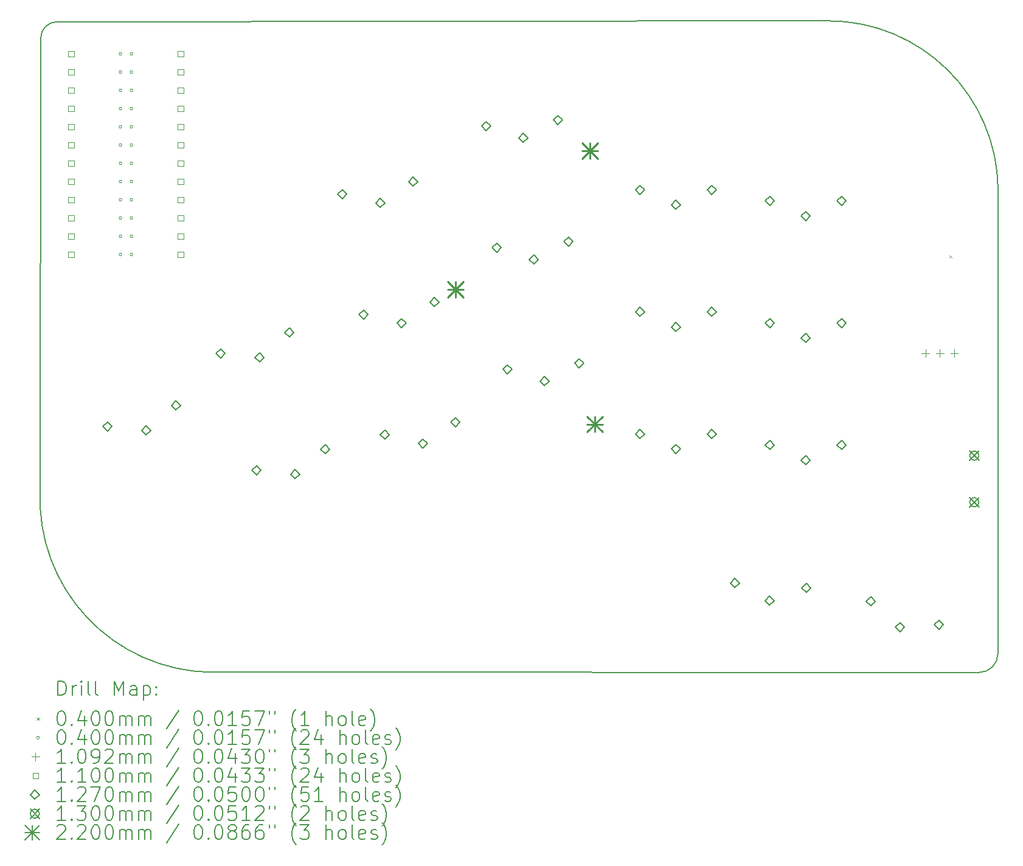
<source format=gbr>
%FSLAX45Y45*%
G04 Gerber Fmt 4.5, Leading zero omitted, Abs format (unit mm)*
G04 Created by KiCad (PCBNEW (6.0.4-0)) date 2022-06-10 10:13:33*
%MOMM*%
%LPD*%
G01*
G04 APERTURE LIST*
%TA.AperFunction,Profile*%
%ADD10C,0.150000*%
%TD*%
%ADD11C,0.200000*%
%ADD12C,0.040000*%
%ADD13C,0.109220*%
%ADD14C,0.110000*%
%ADD15C,0.127000*%
%ADD16C,0.130000*%
%ADD17C,0.220000*%
G04 APERTURE END LIST*
D10*
X13637800Y12447790D02*
X2904845Y12436755D01*
X2667000Y5892800D02*
X2676245Y12208155D01*
X16002000Y10109200D02*
G75*
G03*
X13637800Y12447790I-2364200J-25750D01*
G01*
X2667000Y5892800D02*
G75*
G03*
X5029200Y3379408I2415551J-96503D01*
G01*
X15742673Y3376991D02*
G75*
G03*
X16000102Y3632200I-3153J260619D01*
G01*
X16000102Y3632200D02*
X16002000Y10109200D01*
X15742673Y3376992D02*
X5029200Y3379408D01*
X2904845Y12436755D02*
G75*
G03*
X2676245Y12208155I0J-228600D01*
G01*
D11*
D12*
X15323011Y9184592D02*
X15363011Y9144592D01*
X15363011Y9184592D02*
X15323011Y9144592D01*
X3804600Y11988800D02*
G75*
G03*
X3804600Y11988800I-20000J0D01*
G01*
X3804600Y11734800D02*
G75*
G03*
X3804600Y11734800I-20000J0D01*
G01*
X3804600Y11480800D02*
G75*
G03*
X3804600Y11480800I-20000J0D01*
G01*
X3804600Y11226800D02*
G75*
G03*
X3804600Y11226800I-20000J0D01*
G01*
X3804600Y10972800D02*
G75*
G03*
X3804600Y10972800I-20000J0D01*
G01*
X3804600Y10718800D02*
G75*
G03*
X3804600Y10718800I-20000J0D01*
G01*
X3804600Y10464800D02*
G75*
G03*
X3804600Y10464800I-20000J0D01*
G01*
X3804600Y10210800D02*
G75*
G03*
X3804600Y10210800I-20000J0D01*
G01*
X3804600Y9956800D02*
G75*
G03*
X3804600Y9956800I-20000J0D01*
G01*
X3804600Y9702800D02*
G75*
G03*
X3804600Y9702800I-20000J0D01*
G01*
X3804600Y9448800D02*
G75*
G03*
X3804600Y9448800I-20000J0D01*
G01*
X3804600Y9194800D02*
G75*
G03*
X3804600Y9194800I-20000J0D01*
G01*
X3957000Y11988800D02*
G75*
G03*
X3957000Y11988800I-20000J0D01*
G01*
X3957000Y11734800D02*
G75*
G03*
X3957000Y11734800I-20000J0D01*
G01*
X3957000Y11480800D02*
G75*
G03*
X3957000Y11480800I-20000J0D01*
G01*
X3957000Y11226800D02*
G75*
G03*
X3957000Y11226800I-20000J0D01*
G01*
X3957000Y10972800D02*
G75*
G03*
X3957000Y10972800I-20000J0D01*
G01*
X3957000Y10718800D02*
G75*
G03*
X3957000Y10718800I-20000J0D01*
G01*
X3957000Y10464800D02*
G75*
G03*
X3957000Y10464800I-20000J0D01*
G01*
X3957000Y10210800D02*
G75*
G03*
X3957000Y10210800I-20000J0D01*
G01*
X3957000Y9956800D02*
G75*
G03*
X3957000Y9956800I-20000J0D01*
G01*
X3957000Y9702800D02*
G75*
G03*
X3957000Y9702800I-20000J0D01*
G01*
X3957000Y9448800D02*
G75*
G03*
X3957000Y9448800I-20000J0D01*
G01*
X3957000Y9194800D02*
G75*
G03*
X3957000Y9194800I-20000J0D01*
G01*
D13*
X14992400Y7877810D02*
X14992400Y7768590D01*
X14937790Y7823200D02*
X15047010Y7823200D01*
X15192400Y7877810D02*
X15192400Y7768590D01*
X15137790Y7823200D02*
X15247010Y7823200D01*
X15392400Y7877810D02*
X15392400Y7768590D01*
X15337790Y7823200D02*
X15447010Y7823200D01*
D14*
X3137691Y11949909D02*
X3137691Y12027691D01*
X3059909Y12027691D01*
X3059909Y11949909D01*
X3137691Y11949909D01*
X3137691Y11695909D02*
X3137691Y11773691D01*
X3059909Y11773691D01*
X3059909Y11695909D01*
X3137691Y11695909D01*
X3137691Y11441909D02*
X3137691Y11519691D01*
X3059909Y11519691D01*
X3059909Y11441909D01*
X3137691Y11441909D01*
X3137691Y11187909D02*
X3137691Y11265691D01*
X3059909Y11265691D01*
X3059909Y11187909D01*
X3137691Y11187909D01*
X3137691Y10933909D02*
X3137691Y11011691D01*
X3059909Y11011691D01*
X3059909Y10933909D01*
X3137691Y10933909D01*
X3137691Y10679909D02*
X3137691Y10757691D01*
X3059909Y10757691D01*
X3059909Y10679909D01*
X3137691Y10679909D01*
X3137691Y10425909D02*
X3137691Y10503691D01*
X3059909Y10503691D01*
X3059909Y10425909D01*
X3137691Y10425909D01*
X3137691Y10171909D02*
X3137691Y10249691D01*
X3059909Y10249691D01*
X3059909Y10171909D01*
X3137691Y10171909D01*
X3137691Y9917909D02*
X3137691Y9995691D01*
X3059909Y9995691D01*
X3059909Y9917909D01*
X3137691Y9917909D01*
X3137691Y9663909D02*
X3137691Y9741691D01*
X3059909Y9741691D01*
X3059909Y9663909D01*
X3137691Y9663909D01*
X3137691Y9409909D02*
X3137691Y9487691D01*
X3059909Y9487691D01*
X3059909Y9409909D01*
X3137691Y9409909D01*
X3137691Y9155909D02*
X3137691Y9233691D01*
X3059909Y9233691D01*
X3059909Y9155909D01*
X3137691Y9155909D01*
X4661691Y11949909D02*
X4661691Y12027691D01*
X4583909Y12027691D01*
X4583909Y11949909D01*
X4661691Y11949909D01*
X4661691Y11695909D02*
X4661691Y11773691D01*
X4583909Y11773691D01*
X4583909Y11695909D01*
X4661691Y11695909D01*
X4661691Y11441909D02*
X4661691Y11519691D01*
X4583909Y11519691D01*
X4583909Y11441909D01*
X4661691Y11441909D01*
X4661691Y11187909D02*
X4661691Y11265691D01*
X4583909Y11265691D01*
X4583909Y11187909D01*
X4661691Y11187909D01*
X4661691Y10933909D02*
X4661691Y11011691D01*
X4583909Y11011691D01*
X4583909Y10933909D01*
X4661691Y10933909D01*
X4661691Y10679909D02*
X4661691Y10757691D01*
X4583909Y10757691D01*
X4583909Y10679909D01*
X4661691Y10679909D01*
X4661691Y10425909D02*
X4661691Y10503691D01*
X4583909Y10503691D01*
X4583909Y10425909D01*
X4661691Y10425909D01*
X4661691Y10171909D02*
X4661691Y10249691D01*
X4583909Y10249691D01*
X4583909Y10171909D01*
X4661691Y10171909D01*
X4661691Y9917909D02*
X4661691Y9995691D01*
X4583909Y9995691D01*
X4583909Y9917909D01*
X4661691Y9917909D01*
X4661691Y9663909D02*
X4661691Y9741691D01*
X4583909Y9741691D01*
X4583909Y9663909D01*
X4661691Y9663909D01*
X4661691Y9409909D02*
X4661691Y9487691D01*
X4583909Y9487691D01*
X4583909Y9409909D01*
X4661691Y9409909D01*
X4661691Y9155909D02*
X4661691Y9233691D01*
X4583909Y9233691D01*
X4583909Y9155909D01*
X4661691Y9155909D01*
D15*
X3603113Y6737583D02*
X3666613Y6801083D01*
X3603113Y6864583D01*
X3539613Y6801083D01*
X3603113Y6737583D01*
X4142663Y6682945D02*
X4206164Y6746445D01*
X4142663Y6809945D01*
X4079163Y6746445D01*
X4142663Y6682945D01*
X4559418Y7029955D02*
X4622918Y7093455D01*
X4559418Y7156955D01*
X4495918Y7093455D01*
X4559418Y7029955D01*
X5181588Y7753883D02*
X5245088Y7817383D01*
X5181588Y7880883D01*
X5118088Y7817383D01*
X5181588Y7753883D01*
X5678620Y6128165D02*
X5742120Y6191665D01*
X5678620Y6255165D01*
X5615120Y6191665D01*
X5678620Y6128165D01*
X5721139Y7699245D02*
X5784639Y7762745D01*
X5721139Y7826245D01*
X5657639Y7762745D01*
X5721139Y7699245D01*
X6137893Y8046255D02*
X6201393Y8109755D01*
X6137893Y8173255D01*
X6074393Y8109755D01*
X6137893Y8046255D01*
X6218171Y6073527D02*
X6281671Y6137027D01*
X6218171Y6200527D01*
X6154671Y6137027D01*
X6218171Y6073527D01*
X6634925Y6420537D02*
X6698425Y6484037D01*
X6634925Y6547537D01*
X6571425Y6484037D01*
X6634925Y6420537D01*
X6874334Y9970732D02*
X6937834Y10034232D01*
X6874334Y10097732D01*
X6810834Y10034232D01*
X6874334Y9970732D01*
X7169536Y8296559D02*
X7233036Y8360059D01*
X7169536Y8423559D01*
X7106036Y8360059D01*
X7169536Y8296559D01*
X7403204Y9850746D02*
X7466704Y9914246D01*
X7403204Y9977746D01*
X7339704Y9914246D01*
X7403204Y9850746D01*
X7464738Y6622386D02*
X7528238Y6685886D01*
X7464738Y6749386D01*
X7401238Y6685886D01*
X7464738Y6622386D01*
X7698406Y8176573D02*
X7761906Y8240073D01*
X7698406Y8303573D01*
X7634906Y8240073D01*
X7698406Y8176573D01*
X7859142Y10144380D02*
X7922642Y10207880D01*
X7859142Y10271380D01*
X7795642Y10207880D01*
X7859142Y10144380D01*
X7993608Y6502400D02*
X8057108Y6565900D01*
X7993608Y6629400D01*
X7930108Y6565900D01*
X7993608Y6502400D01*
X8154344Y8470207D02*
X8217844Y8533707D01*
X8154344Y8597207D01*
X8090844Y8533707D01*
X8154344Y8470207D01*
X8449546Y6796034D02*
X8513046Y6859534D01*
X8449546Y6923034D01*
X8386046Y6859534D01*
X8449546Y6796034D01*
X8877370Y10919316D02*
X8940870Y10982816D01*
X8877370Y11046316D01*
X8813870Y10982816D01*
X8877370Y10919316D01*
X9025535Y9225785D02*
X9089035Y9289285D01*
X9025535Y9352785D01*
X8962035Y9289285D01*
X9025535Y9225785D01*
X9173700Y7532254D02*
X9237200Y7595754D01*
X9173700Y7659254D01*
X9110200Y7595754D01*
X9173700Y7532254D01*
X9393771Y10753693D02*
X9457271Y10817193D01*
X9393771Y10880693D01*
X9330271Y10817193D01*
X9393771Y10753693D01*
X9541935Y9060162D02*
X9605435Y9123662D01*
X9541935Y9187162D01*
X9478435Y9123662D01*
X9541935Y9060162D01*
X9690100Y7366631D02*
X9753600Y7430131D01*
X9690100Y7493631D01*
X9626600Y7430131D01*
X9690100Y7366631D01*
X9873565Y11006472D02*
X9937065Y11069972D01*
X9873565Y11133472D01*
X9810065Y11069972D01*
X9873565Y11006472D01*
X10021730Y9312941D02*
X10085230Y9376441D01*
X10021730Y9439941D01*
X9958230Y9376441D01*
X10021730Y9312941D01*
X10169895Y7619410D02*
X10233395Y7682910D01*
X10169895Y7746410D01*
X10106395Y7682910D01*
X10169895Y7619410D01*
X11017709Y10032602D02*
X11081209Y10096102D01*
X11017709Y10159602D01*
X10954209Y10096102D01*
X11017709Y10032602D01*
X11017709Y8332602D02*
X11081209Y8396102D01*
X11017709Y8459602D01*
X10954209Y8396102D01*
X11017709Y8332602D01*
X11017709Y6632602D02*
X11081209Y6696102D01*
X11017709Y6759602D01*
X10954209Y6696102D01*
X11017709Y6632602D01*
X11517709Y9822602D02*
X11581209Y9886102D01*
X11517709Y9949602D01*
X11454209Y9886102D01*
X11517709Y9822602D01*
X11517709Y8122602D02*
X11581209Y8186102D01*
X11517709Y8249602D01*
X11454209Y8186102D01*
X11517709Y8122602D01*
X11517709Y6422602D02*
X11581209Y6486102D01*
X11517709Y6549602D01*
X11454209Y6486102D01*
X11517709Y6422602D01*
X12017709Y10032602D02*
X12081209Y10096102D01*
X12017709Y10159602D01*
X11954209Y10096102D01*
X12017709Y10032602D01*
X12017709Y8332602D02*
X12081209Y8396102D01*
X12017709Y8459602D01*
X11954209Y8396102D01*
X12017709Y8332602D01*
X12017709Y6632602D02*
X12081209Y6696102D01*
X12017709Y6759602D01*
X11954209Y6696102D01*
X12017709Y6632602D01*
X12336819Y4557149D02*
X12400319Y4620649D01*
X12336819Y4684149D01*
X12273319Y4620649D01*
X12336819Y4557149D01*
X12820953Y4312782D02*
X12884453Y4376282D01*
X12820953Y4439782D01*
X12757453Y4376282D01*
X12820953Y4312782D01*
X12824255Y9878800D02*
X12887755Y9942300D01*
X12824255Y10005800D01*
X12760755Y9942300D01*
X12824255Y9878800D01*
X12824255Y8178800D02*
X12887755Y8242300D01*
X12824255Y8305800D01*
X12760755Y8242300D01*
X12824255Y8178800D01*
X12824255Y6478800D02*
X12887755Y6542300D01*
X12824255Y6605800D01*
X12760755Y6542300D01*
X12824255Y6478800D01*
X13324255Y9668800D02*
X13387755Y9732300D01*
X13324255Y9795800D01*
X13260755Y9732300D01*
X13324255Y9668800D01*
X13324255Y7968800D02*
X13387755Y8032300D01*
X13324255Y8095800D01*
X13260755Y8032300D01*
X13324255Y7968800D01*
X13324255Y6268800D02*
X13387755Y6332300D01*
X13324255Y6395800D01*
X13260755Y6332300D01*
X13324255Y6268800D01*
X13334384Y4487393D02*
X13397884Y4550893D01*
X13334384Y4614393D01*
X13270884Y4550893D01*
X13334384Y4487393D01*
X13824255Y9878800D02*
X13887755Y9942300D01*
X13824255Y10005800D01*
X13760755Y9942300D01*
X13824255Y9878800D01*
X13824255Y8178800D02*
X13887755Y8242300D01*
X13824255Y8305800D01*
X13760755Y8242300D01*
X13824255Y8178800D01*
X13824255Y6478800D02*
X13887755Y6542300D01*
X13824255Y6605800D01*
X13760755Y6542300D01*
X13824255Y6478800D01*
X14231848Y4304801D02*
X14295348Y4368301D01*
X14231848Y4431801D01*
X14168348Y4368301D01*
X14231848Y4304801D01*
X14636238Y3943458D02*
X14699738Y4006958D01*
X14636238Y4070458D01*
X14572738Y4006958D01*
X14636238Y3943458D01*
X15177367Y3979233D02*
X15240867Y4042733D01*
X15177367Y4106233D01*
X15113867Y4042733D01*
X15177367Y3979233D01*
D16*
X15606800Y6460600D02*
X15736800Y6330600D01*
X15736800Y6460600D02*
X15606800Y6330600D01*
X15736800Y6395600D02*
G75*
G03*
X15736800Y6395600I-65000J0D01*
G01*
X15606800Y5810600D02*
X15736800Y5680600D01*
X15736800Y5810600D02*
X15606800Y5680600D01*
X15736800Y5745600D02*
G75*
G03*
X15736800Y5745600I-65000J0D01*
G01*
D17*
X8343637Y8814063D02*
X8563637Y8594063D01*
X8563637Y8814063D02*
X8343637Y8594063D01*
X8453637Y8814063D02*
X8453637Y8594063D01*
X8343637Y8704063D02*
X8563637Y8704063D01*
X10215100Y10752020D02*
X10435100Y10532020D01*
X10435100Y10752020D02*
X10215100Y10532020D01*
X10325100Y10752020D02*
X10325100Y10532020D01*
X10215100Y10642020D02*
X10435100Y10642020D01*
X10281594Y6942600D02*
X10501594Y6722600D01*
X10501594Y6942600D02*
X10281594Y6722600D01*
X10391594Y6942600D02*
X10391594Y6722600D01*
X10281594Y6832600D02*
X10501594Y6832600D01*
D11*
X2915192Y3059016D02*
X2915192Y3259016D01*
X2962811Y3259016D01*
X2991383Y3249492D01*
X3010430Y3230444D01*
X3019954Y3211397D01*
X3029478Y3173301D01*
X3029478Y3144730D01*
X3019954Y3106635D01*
X3010430Y3087587D01*
X2991383Y3068539D01*
X2962811Y3059016D01*
X2915192Y3059016D01*
X3115192Y3059016D02*
X3115192Y3192349D01*
X3115192Y3154254D02*
X3124716Y3173301D01*
X3134240Y3182825D01*
X3153287Y3192349D01*
X3172335Y3192349D01*
X3239002Y3059016D02*
X3239002Y3192349D01*
X3239002Y3259016D02*
X3229478Y3249492D01*
X3239002Y3239968D01*
X3248526Y3249492D01*
X3239002Y3259016D01*
X3239002Y3239968D01*
X3362811Y3059016D02*
X3343764Y3068539D01*
X3334240Y3087587D01*
X3334240Y3259016D01*
X3467573Y3059016D02*
X3448526Y3068539D01*
X3439002Y3087587D01*
X3439002Y3259016D01*
X3696145Y3059016D02*
X3696145Y3259016D01*
X3762811Y3116158D01*
X3829478Y3259016D01*
X3829478Y3059016D01*
X4010430Y3059016D02*
X4010430Y3163778D01*
X4000907Y3182825D01*
X3981859Y3192349D01*
X3943764Y3192349D01*
X3924716Y3182825D01*
X4010430Y3068539D02*
X3991383Y3059016D01*
X3943764Y3059016D01*
X3924716Y3068539D01*
X3915192Y3087587D01*
X3915192Y3106635D01*
X3924716Y3125682D01*
X3943764Y3135206D01*
X3991383Y3135206D01*
X4010430Y3144730D01*
X4105668Y3192349D02*
X4105668Y2992349D01*
X4105668Y3182825D02*
X4124716Y3192349D01*
X4162811Y3192349D01*
X4181859Y3182825D01*
X4191383Y3173301D01*
X4200907Y3154254D01*
X4200907Y3097111D01*
X4191383Y3078063D01*
X4181859Y3068539D01*
X4162811Y3059016D01*
X4124716Y3059016D01*
X4105668Y3068539D01*
X4286621Y3078063D02*
X4296145Y3068539D01*
X4286621Y3059016D01*
X4277097Y3068539D01*
X4286621Y3078063D01*
X4286621Y3059016D01*
X4286621Y3182825D02*
X4296145Y3173301D01*
X4286621Y3163778D01*
X4277097Y3173301D01*
X4286621Y3182825D01*
X4286621Y3163778D01*
D12*
X2617573Y2749492D02*
X2657573Y2709492D01*
X2657573Y2749492D02*
X2617573Y2709492D01*
D11*
X2953287Y2839016D02*
X2972335Y2839016D01*
X2991383Y2829492D01*
X3000907Y2819968D01*
X3010430Y2800920D01*
X3019954Y2762825D01*
X3019954Y2715206D01*
X3010430Y2677111D01*
X3000907Y2658063D01*
X2991383Y2648540D01*
X2972335Y2639016D01*
X2953287Y2639016D01*
X2934240Y2648540D01*
X2924716Y2658063D01*
X2915192Y2677111D01*
X2905668Y2715206D01*
X2905668Y2762825D01*
X2915192Y2800920D01*
X2924716Y2819968D01*
X2934240Y2829492D01*
X2953287Y2839016D01*
X3105668Y2658063D02*
X3115192Y2648540D01*
X3105668Y2639016D01*
X3096145Y2648540D01*
X3105668Y2658063D01*
X3105668Y2639016D01*
X3286621Y2772349D02*
X3286621Y2639016D01*
X3239002Y2848539D02*
X3191383Y2705682D01*
X3315192Y2705682D01*
X3429478Y2839016D02*
X3448526Y2839016D01*
X3467573Y2829492D01*
X3477097Y2819968D01*
X3486621Y2800920D01*
X3496145Y2762825D01*
X3496145Y2715206D01*
X3486621Y2677111D01*
X3477097Y2658063D01*
X3467573Y2648540D01*
X3448526Y2639016D01*
X3429478Y2639016D01*
X3410430Y2648540D01*
X3400907Y2658063D01*
X3391383Y2677111D01*
X3381859Y2715206D01*
X3381859Y2762825D01*
X3391383Y2800920D01*
X3400907Y2819968D01*
X3410430Y2829492D01*
X3429478Y2839016D01*
X3619954Y2839016D02*
X3639002Y2839016D01*
X3658049Y2829492D01*
X3667573Y2819968D01*
X3677097Y2800920D01*
X3686621Y2762825D01*
X3686621Y2715206D01*
X3677097Y2677111D01*
X3667573Y2658063D01*
X3658049Y2648540D01*
X3639002Y2639016D01*
X3619954Y2639016D01*
X3600907Y2648540D01*
X3591383Y2658063D01*
X3581859Y2677111D01*
X3572335Y2715206D01*
X3572335Y2762825D01*
X3581859Y2800920D01*
X3591383Y2819968D01*
X3600907Y2829492D01*
X3619954Y2839016D01*
X3772335Y2639016D02*
X3772335Y2772349D01*
X3772335Y2753301D02*
X3781859Y2762825D01*
X3800907Y2772349D01*
X3829478Y2772349D01*
X3848526Y2762825D01*
X3858049Y2743778D01*
X3858049Y2639016D01*
X3858049Y2743778D02*
X3867573Y2762825D01*
X3886621Y2772349D01*
X3915192Y2772349D01*
X3934240Y2762825D01*
X3943764Y2743778D01*
X3943764Y2639016D01*
X4039002Y2639016D02*
X4039002Y2772349D01*
X4039002Y2753301D02*
X4048526Y2762825D01*
X4067573Y2772349D01*
X4096145Y2772349D01*
X4115192Y2762825D01*
X4124716Y2743778D01*
X4124716Y2639016D01*
X4124716Y2743778D02*
X4134240Y2762825D01*
X4153287Y2772349D01*
X4181859Y2772349D01*
X4200907Y2762825D01*
X4210430Y2743778D01*
X4210430Y2639016D01*
X4600907Y2848539D02*
X4429478Y2591397D01*
X4858049Y2839016D02*
X4877097Y2839016D01*
X4896145Y2829492D01*
X4905669Y2819968D01*
X4915192Y2800920D01*
X4924716Y2762825D01*
X4924716Y2715206D01*
X4915192Y2677111D01*
X4905669Y2658063D01*
X4896145Y2648540D01*
X4877097Y2639016D01*
X4858049Y2639016D01*
X4839002Y2648540D01*
X4829478Y2658063D01*
X4819954Y2677111D01*
X4810430Y2715206D01*
X4810430Y2762825D01*
X4819954Y2800920D01*
X4829478Y2819968D01*
X4839002Y2829492D01*
X4858049Y2839016D01*
X5010430Y2658063D02*
X5019954Y2648540D01*
X5010430Y2639016D01*
X5000907Y2648540D01*
X5010430Y2658063D01*
X5010430Y2639016D01*
X5143764Y2839016D02*
X5162811Y2839016D01*
X5181859Y2829492D01*
X5191383Y2819968D01*
X5200907Y2800920D01*
X5210430Y2762825D01*
X5210430Y2715206D01*
X5200907Y2677111D01*
X5191383Y2658063D01*
X5181859Y2648540D01*
X5162811Y2639016D01*
X5143764Y2639016D01*
X5124716Y2648540D01*
X5115192Y2658063D01*
X5105669Y2677111D01*
X5096145Y2715206D01*
X5096145Y2762825D01*
X5105669Y2800920D01*
X5115192Y2819968D01*
X5124716Y2829492D01*
X5143764Y2839016D01*
X5400907Y2639016D02*
X5286621Y2639016D01*
X5343764Y2639016D02*
X5343764Y2839016D01*
X5324716Y2810444D01*
X5305669Y2791397D01*
X5286621Y2781873D01*
X5581859Y2839016D02*
X5486621Y2839016D01*
X5477097Y2743778D01*
X5486621Y2753301D01*
X5505669Y2762825D01*
X5553288Y2762825D01*
X5572335Y2753301D01*
X5581859Y2743778D01*
X5591383Y2724730D01*
X5591383Y2677111D01*
X5581859Y2658063D01*
X5572335Y2648540D01*
X5553288Y2639016D01*
X5505669Y2639016D01*
X5486621Y2648540D01*
X5477097Y2658063D01*
X5658049Y2839016D02*
X5791383Y2839016D01*
X5705668Y2639016D01*
X5858049Y2839016D02*
X5858049Y2800920D01*
X5934240Y2839016D02*
X5934240Y2800920D01*
X6229478Y2562825D02*
X6219954Y2572349D01*
X6200907Y2600920D01*
X6191383Y2619968D01*
X6181859Y2648540D01*
X6172335Y2696159D01*
X6172335Y2734254D01*
X6181859Y2781873D01*
X6191383Y2810444D01*
X6200907Y2829492D01*
X6219954Y2858063D01*
X6229478Y2867587D01*
X6410430Y2639016D02*
X6296145Y2639016D01*
X6353287Y2639016D02*
X6353287Y2839016D01*
X6334240Y2810444D01*
X6315192Y2791397D01*
X6296145Y2781873D01*
X6648526Y2639016D02*
X6648526Y2839016D01*
X6734240Y2639016D02*
X6734240Y2743778D01*
X6724716Y2762825D01*
X6705668Y2772349D01*
X6677097Y2772349D01*
X6658049Y2762825D01*
X6648526Y2753301D01*
X6858049Y2639016D02*
X6839002Y2648540D01*
X6829478Y2658063D01*
X6819954Y2677111D01*
X6819954Y2734254D01*
X6829478Y2753301D01*
X6839002Y2762825D01*
X6858049Y2772349D01*
X6886621Y2772349D01*
X6905668Y2762825D01*
X6915192Y2753301D01*
X6924716Y2734254D01*
X6924716Y2677111D01*
X6915192Y2658063D01*
X6905668Y2648540D01*
X6886621Y2639016D01*
X6858049Y2639016D01*
X7039002Y2639016D02*
X7019954Y2648540D01*
X7010430Y2667587D01*
X7010430Y2839016D01*
X7191383Y2648540D02*
X7172335Y2639016D01*
X7134240Y2639016D01*
X7115192Y2648540D01*
X7105668Y2667587D01*
X7105668Y2743778D01*
X7115192Y2762825D01*
X7134240Y2772349D01*
X7172335Y2772349D01*
X7191383Y2762825D01*
X7200907Y2743778D01*
X7200907Y2724730D01*
X7105668Y2705682D01*
X7267573Y2562825D02*
X7277097Y2572349D01*
X7296145Y2600920D01*
X7305668Y2619968D01*
X7315192Y2648540D01*
X7324716Y2696159D01*
X7324716Y2734254D01*
X7315192Y2781873D01*
X7305668Y2810444D01*
X7296145Y2829492D01*
X7277097Y2858063D01*
X7267573Y2867587D01*
D12*
X2657573Y2465492D02*
G75*
G03*
X2657573Y2465492I-20000J0D01*
G01*
D11*
X2953287Y2575016D02*
X2972335Y2575016D01*
X2991383Y2565492D01*
X3000907Y2555968D01*
X3010430Y2536920D01*
X3019954Y2498825D01*
X3019954Y2451206D01*
X3010430Y2413111D01*
X3000907Y2394063D01*
X2991383Y2384540D01*
X2972335Y2375016D01*
X2953287Y2375016D01*
X2934240Y2384540D01*
X2924716Y2394063D01*
X2915192Y2413111D01*
X2905668Y2451206D01*
X2905668Y2498825D01*
X2915192Y2536920D01*
X2924716Y2555968D01*
X2934240Y2565492D01*
X2953287Y2575016D01*
X3105668Y2394063D02*
X3115192Y2384540D01*
X3105668Y2375016D01*
X3096145Y2384540D01*
X3105668Y2394063D01*
X3105668Y2375016D01*
X3286621Y2508349D02*
X3286621Y2375016D01*
X3239002Y2584540D02*
X3191383Y2441682D01*
X3315192Y2441682D01*
X3429478Y2575016D02*
X3448526Y2575016D01*
X3467573Y2565492D01*
X3477097Y2555968D01*
X3486621Y2536920D01*
X3496145Y2498825D01*
X3496145Y2451206D01*
X3486621Y2413111D01*
X3477097Y2394063D01*
X3467573Y2384540D01*
X3448526Y2375016D01*
X3429478Y2375016D01*
X3410430Y2384540D01*
X3400907Y2394063D01*
X3391383Y2413111D01*
X3381859Y2451206D01*
X3381859Y2498825D01*
X3391383Y2536920D01*
X3400907Y2555968D01*
X3410430Y2565492D01*
X3429478Y2575016D01*
X3619954Y2575016D02*
X3639002Y2575016D01*
X3658049Y2565492D01*
X3667573Y2555968D01*
X3677097Y2536920D01*
X3686621Y2498825D01*
X3686621Y2451206D01*
X3677097Y2413111D01*
X3667573Y2394063D01*
X3658049Y2384540D01*
X3639002Y2375016D01*
X3619954Y2375016D01*
X3600907Y2384540D01*
X3591383Y2394063D01*
X3581859Y2413111D01*
X3572335Y2451206D01*
X3572335Y2498825D01*
X3581859Y2536920D01*
X3591383Y2555968D01*
X3600907Y2565492D01*
X3619954Y2575016D01*
X3772335Y2375016D02*
X3772335Y2508349D01*
X3772335Y2489301D02*
X3781859Y2498825D01*
X3800907Y2508349D01*
X3829478Y2508349D01*
X3848526Y2498825D01*
X3858049Y2479778D01*
X3858049Y2375016D01*
X3858049Y2479778D02*
X3867573Y2498825D01*
X3886621Y2508349D01*
X3915192Y2508349D01*
X3934240Y2498825D01*
X3943764Y2479778D01*
X3943764Y2375016D01*
X4039002Y2375016D02*
X4039002Y2508349D01*
X4039002Y2489301D02*
X4048526Y2498825D01*
X4067573Y2508349D01*
X4096145Y2508349D01*
X4115192Y2498825D01*
X4124716Y2479778D01*
X4124716Y2375016D01*
X4124716Y2479778D02*
X4134240Y2498825D01*
X4153287Y2508349D01*
X4181859Y2508349D01*
X4200907Y2498825D01*
X4210430Y2479778D01*
X4210430Y2375016D01*
X4600907Y2584540D02*
X4429478Y2327397D01*
X4858049Y2575016D02*
X4877097Y2575016D01*
X4896145Y2565492D01*
X4905669Y2555968D01*
X4915192Y2536920D01*
X4924716Y2498825D01*
X4924716Y2451206D01*
X4915192Y2413111D01*
X4905669Y2394063D01*
X4896145Y2384540D01*
X4877097Y2375016D01*
X4858049Y2375016D01*
X4839002Y2384540D01*
X4829478Y2394063D01*
X4819954Y2413111D01*
X4810430Y2451206D01*
X4810430Y2498825D01*
X4819954Y2536920D01*
X4829478Y2555968D01*
X4839002Y2565492D01*
X4858049Y2575016D01*
X5010430Y2394063D02*
X5019954Y2384540D01*
X5010430Y2375016D01*
X5000907Y2384540D01*
X5010430Y2394063D01*
X5010430Y2375016D01*
X5143764Y2575016D02*
X5162811Y2575016D01*
X5181859Y2565492D01*
X5191383Y2555968D01*
X5200907Y2536920D01*
X5210430Y2498825D01*
X5210430Y2451206D01*
X5200907Y2413111D01*
X5191383Y2394063D01*
X5181859Y2384540D01*
X5162811Y2375016D01*
X5143764Y2375016D01*
X5124716Y2384540D01*
X5115192Y2394063D01*
X5105669Y2413111D01*
X5096145Y2451206D01*
X5096145Y2498825D01*
X5105669Y2536920D01*
X5115192Y2555968D01*
X5124716Y2565492D01*
X5143764Y2575016D01*
X5400907Y2375016D02*
X5286621Y2375016D01*
X5343764Y2375016D02*
X5343764Y2575016D01*
X5324716Y2546444D01*
X5305669Y2527397D01*
X5286621Y2517873D01*
X5581859Y2575016D02*
X5486621Y2575016D01*
X5477097Y2479778D01*
X5486621Y2489301D01*
X5505669Y2498825D01*
X5553288Y2498825D01*
X5572335Y2489301D01*
X5581859Y2479778D01*
X5591383Y2460730D01*
X5591383Y2413111D01*
X5581859Y2394063D01*
X5572335Y2384540D01*
X5553288Y2375016D01*
X5505669Y2375016D01*
X5486621Y2384540D01*
X5477097Y2394063D01*
X5658049Y2575016D02*
X5791383Y2575016D01*
X5705668Y2375016D01*
X5858049Y2575016D02*
X5858049Y2536920D01*
X5934240Y2575016D02*
X5934240Y2536920D01*
X6229478Y2298825D02*
X6219954Y2308349D01*
X6200907Y2336920D01*
X6191383Y2355968D01*
X6181859Y2384540D01*
X6172335Y2432159D01*
X6172335Y2470254D01*
X6181859Y2517873D01*
X6191383Y2546444D01*
X6200907Y2565492D01*
X6219954Y2594063D01*
X6229478Y2603587D01*
X6296145Y2555968D02*
X6305668Y2565492D01*
X6324716Y2575016D01*
X6372335Y2575016D01*
X6391383Y2565492D01*
X6400907Y2555968D01*
X6410430Y2536920D01*
X6410430Y2517873D01*
X6400907Y2489301D01*
X6286621Y2375016D01*
X6410430Y2375016D01*
X6581859Y2508349D02*
X6581859Y2375016D01*
X6534240Y2584540D02*
X6486621Y2441682D01*
X6610430Y2441682D01*
X6839002Y2375016D02*
X6839002Y2575016D01*
X6924716Y2375016D02*
X6924716Y2479778D01*
X6915192Y2498825D01*
X6896145Y2508349D01*
X6867573Y2508349D01*
X6848526Y2498825D01*
X6839002Y2489301D01*
X7048526Y2375016D02*
X7029478Y2384540D01*
X7019954Y2394063D01*
X7010430Y2413111D01*
X7010430Y2470254D01*
X7019954Y2489301D01*
X7029478Y2498825D01*
X7048526Y2508349D01*
X7077097Y2508349D01*
X7096145Y2498825D01*
X7105668Y2489301D01*
X7115192Y2470254D01*
X7115192Y2413111D01*
X7105668Y2394063D01*
X7096145Y2384540D01*
X7077097Y2375016D01*
X7048526Y2375016D01*
X7229478Y2375016D02*
X7210430Y2384540D01*
X7200907Y2403587D01*
X7200907Y2575016D01*
X7381859Y2384540D02*
X7362811Y2375016D01*
X7324716Y2375016D01*
X7305668Y2384540D01*
X7296145Y2403587D01*
X7296145Y2479778D01*
X7305668Y2498825D01*
X7324716Y2508349D01*
X7362811Y2508349D01*
X7381859Y2498825D01*
X7391383Y2479778D01*
X7391383Y2460730D01*
X7296145Y2441682D01*
X7467573Y2384540D02*
X7486621Y2375016D01*
X7524716Y2375016D01*
X7543764Y2384540D01*
X7553287Y2403587D01*
X7553287Y2413111D01*
X7543764Y2432159D01*
X7524716Y2441682D01*
X7496145Y2441682D01*
X7477097Y2451206D01*
X7467573Y2470254D01*
X7467573Y2479778D01*
X7477097Y2498825D01*
X7496145Y2508349D01*
X7524716Y2508349D01*
X7543764Y2498825D01*
X7619954Y2298825D02*
X7629478Y2308349D01*
X7648526Y2336920D01*
X7658049Y2355968D01*
X7667573Y2384540D01*
X7677097Y2432159D01*
X7677097Y2470254D01*
X7667573Y2517873D01*
X7658049Y2546444D01*
X7648526Y2565492D01*
X7629478Y2594063D01*
X7619954Y2603587D01*
D13*
X2602963Y2256102D02*
X2602963Y2146882D01*
X2548353Y2201492D02*
X2657573Y2201492D01*
D11*
X3019954Y2111016D02*
X2905668Y2111016D01*
X2962811Y2111016D02*
X2962811Y2311016D01*
X2943764Y2282444D01*
X2924716Y2263397D01*
X2905668Y2253873D01*
X3105668Y2130063D02*
X3115192Y2120540D01*
X3105668Y2111016D01*
X3096145Y2120540D01*
X3105668Y2130063D01*
X3105668Y2111016D01*
X3239002Y2311016D02*
X3258049Y2311016D01*
X3277097Y2301492D01*
X3286621Y2291968D01*
X3296145Y2272920D01*
X3305668Y2234825D01*
X3305668Y2187206D01*
X3296145Y2149111D01*
X3286621Y2130063D01*
X3277097Y2120540D01*
X3258049Y2111016D01*
X3239002Y2111016D01*
X3219954Y2120540D01*
X3210430Y2130063D01*
X3200907Y2149111D01*
X3191383Y2187206D01*
X3191383Y2234825D01*
X3200907Y2272920D01*
X3210430Y2291968D01*
X3219954Y2301492D01*
X3239002Y2311016D01*
X3400907Y2111016D02*
X3439002Y2111016D01*
X3458049Y2120540D01*
X3467573Y2130063D01*
X3486621Y2158635D01*
X3496145Y2196730D01*
X3496145Y2272920D01*
X3486621Y2291968D01*
X3477097Y2301492D01*
X3458049Y2311016D01*
X3419954Y2311016D01*
X3400907Y2301492D01*
X3391383Y2291968D01*
X3381859Y2272920D01*
X3381859Y2225301D01*
X3391383Y2206254D01*
X3400907Y2196730D01*
X3419954Y2187206D01*
X3458049Y2187206D01*
X3477097Y2196730D01*
X3486621Y2206254D01*
X3496145Y2225301D01*
X3572335Y2291968D02*
X3581859Y2301492D01*
X3600907Y2311016D01*
X3648526Y2311016D01*
X3667573Y2301492D01*
X3677097Y2291968D01*
X3686621Y2272920D01*
X3686621Y2253873D01*
X3677097Y2225301D01*
X3562811Y2111016D01*
X3686621Y2111016D01*
X3772335Y2111016D02*
X3772335Y2244349D01*
X3772335Y2225301D02*
X3781859Y2234825D01*
X3800907Y2244349D01*
X3829478Y2244349D01*
X3848526Y2234825D01*
X3858049Y2215778D01*
X3858049Y2111016D01*
X3858049Y2215778D02*
X3867573Y2234825D01*
X3886621Y2244349D01*
X3915192Y2244349D01*
X3934240Y2234825D01*
X3943764Y2215778D01*
X3943764Y2111016D01*
X4039002Y2111016D02*
X4039002Y2244349D01*
X4039002Y2225301D02*
X4048526Y2234825D01*
X4067573Y2244349D01*
X4096145Y2244349D01*
X4115192Y2234825D01*
X4124716Y2215778D01*
X4124716Y2111016D01*
X4124716Y2215778D02*
X4134240Y2234825D01*
X4153287Y2244349D01*
X4181859Y2244349D01*
X4200907Y2234825D01*
X4210430Y2215778D01*
X4210430Y2111016D01*
X4600907Y2320540D02*
X4429478Y2063397D01*
X4858049Y2311016D02*
X4877097Y2311016D01*
X4896145Y2301492D01*
X4905669Y2291968D01*
X4915192Y2272920D01*
X4924716Y2234825D01*
X4924716Y2187206D01*
X4915192Y2149111D01*
X4905669Y2130063D01*
X4896145Y2120540D01*
X4877097Y2111016D01*
X4858049Y2111016D01*
X4839002Y2120540D01*
X4829478Y2130063D01*
X4819954Y2149111D01*
X4810430Y2187206D01*
X4810430Y2234825D01*
X4819954Y2272920D01*
X4829478Y2291968D01*
X4839002Y2301492D01*
X4858049Y2311016D01*
X5010430Y2130063D02*
X5019954Y2120540D01*
X5010430Y2111016D01*
X5000907Y2120540D01*
X5010430Y2130063D01*
X5010430Y2111016D01*
X5143764Y2311016D02*
X5162811Y2311016D01*
X5181859Y2301492D01*
X5191383Y2291968D01*
X5200907Y2272920D01*
X5210430Y2234825D01*
X5210430Y2187206D01*
X5200907Y2149111D01*
X5191383Y2130063D01*
X5181859Y2120540D01*
X5162811Y2111016D01*
X5143764Y2111016D01*
X5124716Y2120540D01*
X5115192Y2130063D01*
X5105669Y2149111D01*
X5096145Y2187206D01*
X5096145Y2234825D01*
X5105669Y2272920D01*
X5115192Y2291968D01*
X5124716Y2301492D01*
X5143764Y2311016D01*
X5381859Y2244349D02*
X5381859Y2111016D01*
X5334240Y2320540D02*
X5286621Y2177682D01*
X5410430Y2177682D01*
X5467573Y2311016D02*
X5591383Y2311016D01*
X5524716Y2234825D01*
X5553288Y2234825D01*
X5572335Y2225301D01*
X5581859Y2215778D01*
X5591383Y2196730D01*
X5591383Y2149111D01*
X5581859Y2130063D01*
X5572335Y2120540D01*
X5553288Y2111016D01*
X5496145Y2111016D01*
X5477097Y2120540D01*
X5467573Y2130063D01*
X5715192Y2311016D02*
X5734240Y2311016D01*
X5753287Y2301492D01*
X5762811Y2291968D01*
X5772335Y2272920D01*
X5781859Y2234825D01*
X5781859Y2187206D01*
X5772335Y2149111D01*
X5762811Y2130063D01*
X5753287Y2120540D01*
X5734240Y2111016D01*
X5715192Y2111016D01*
X5696145Y2120540D01*
X5686621Y2130063D01*
X5677097Y2149111D01*
X5667573Y2187206D01*
X5667573Y2234825D01*
X5677097Y2272920D01*
X5686621Y2291968D01*
X5696145Y2301492D01*
X5715192Y2311016D01*
X5858049Y2311016D02*
X5858049Y2272920D01*
X5934240Y2311016D02*
X5934240Y2272920D01*
X6229478Y2034825D02*
X6219954Y2044349D01*
X6200907Y2072920D01*
X6191383Y2091968D01*
X6181859Y2120540D01*
X6172335Y2168159D01*
X6172335Y2206254D01*
X6181859Y2253873D01*
X6191383Y2282444D01*
X6200907Y2301492D01*
X6219954Y2330063D01*
X6229478Y2339587D01*
X6286621Y2311016D02*
X6410430Y2311016D01*
X6343764Y2234825D01*
X6372335Y2234825D01*
X6391383Y2225301D01*
X6400907Y2215778D01*
X6410430Y2196730D01*
X6410430Y2149111D01*
X6400907Y2130063D01*
X6391383Y2120540D01*
X6372335Y2111016D01*
X6315192Y2111016D01*
X6296145Y2120540D01*
X6286621Y2130063D01*
X6648526Y2111016D02*
X6648526Y2311016D01*
X6734240Y2111016D02*
X6734240Y2215778D01*
X6724716Y2234825D01*
X6705668Y2244349D01*
X6677097Y2244349D01*
X6658049Y2234825D01*
X6648526Y2225301D01*
X6858049Y2111016D02*
X6839002Y2120540D01*
X6829478Y2130063D01*
X6819954Y2149111D01*
X6819954Y2206254D01*
X6829478Y2225301D01*
X6839002Y2234825D01*
X6858049Y2244349D01*
X6886621Y2244349D01*
X6905668Y2234825D01*
X6915192Y2225301D01*
X6924716Y2206254D01*
X6924716Y2149111D01*
X6915192Y2130063D01*
X6905668Y2120540D01*
X6886621Y2111016D01*
X6858049Y2111016D01*
X7039002Y2111016D02*
X7019954Y2120540D01*
X7010430Y2139587D01*
X7010430Y2311016D01*
X7191383Y2120540D02*
X7172335Y2111016D01*
X7134240Y2111016D01*
X7115192Y2120540D01*
X7105668Y2139587D01*
X7105668Y2215778D01*
X7115192Y2234825D01*
X7134240Y2244349D01*
X7172335Y2244349D01*
X7191383Y2234825D01*
X7200907Y2215778D01*
X7200907Y2196730D01*
X7105668Y2177682D01*
X7277097Y2120540D02*
X7296145Y2111016D01*
X7334240Y2111016D01*
X7353287Y2120540D01*
X7362811Y2139587D01*
X7362811Y2149111D01*
X7353287Y2168159D01*
X7334240Y2177682D01*
X7305668Y2177682D01*
X7286621Y2187206D01*
X7277097Y2206254D01*
X7277097Y2215778D01*
X7286621Y2234825D01*
X7305668Y2244349D01*
X7334240Y2244349D01*
X7353287Y2234825D01*
X7429478Y2034825D02*
X7439002Y2044349D01*
X7458049Y2072920D01*
X7467573Y2091968D01*
X7477097Y2120540D01*
X7486621Y2168159D01*
X7486621Y2206254D01*
X7477097Y2253873D01*
X7467573Y2282444D01*
X7458049Y2301492D01*
X7439002Y2330063D01*
X7429478Y2339587D01*
D14*
X2641465Y1898601D02*
X2641465Y1976383D01*
X2563682Y1976383D01*
X2563682Y1898601D01*
X2641465Y1898601D01*
D11*
X3019954Y1847016D02*
X2905668Y1847016D01*
X2962811Y1847016D02*
X2962811Y2047016D01*
X2943764Y2018444D01*
X2924716Y1999397D01*
X2905668Y1989873D01*
X3105668Y1866063D02*
X3115192Y1856539D01*
X3105668Y1847016D01*
X3096145Y1856539D01*
X3105668Y1866063D01*
X3105668Y1847016D01*
X3305668Y1847016D02*
X3191383Y1847016D01*
X3248526Y1847016D02*
X3248526Y2047016D01*
X3229478Y2018444D01*
X3210430Y1999397D01*
X3191383Y1989873D01*
X3429478Y2047016D02*
X3448526Y2047016D01*
X3467573Y2037492D01*
X3477097Y2027968D01*
X3486621Y2008920D01*
X3496145Y1970825D01*
X3496145Y1923206D01*
X3486621Y1885111D01*
X3477097Y1866063D01*
X3467573Y1856539D01*
X3448526Y1847016D01*
X3429478Y1847016D01*
X3410430Y1856539D01*
X3400907Y1866063D01*
X3391383Y1885111D01*
X3381859Y1923206D01*
X3381859Y1970825D01*
X3391383Y2008920D01*
X3400907Y2027968D01*
X3410430Y2037492D01*
X3429478Y2047016D01*
X3619954Y2047016D02*
X3639002Y2047016D01*
X3658049Y2037492D01*
X3667573Y2027968D01*
X3677097Y2008920D01*
X3686621Y1970825D01*
X3686621Y1923206D01*
X3677097Y1885111D01*
X3667573Y1866063D01*
X3658049Y1856539D01*
X3639002Y1847016D01*
X3619954Y1847016D01*
X3600907Y1856539D01*
X3591383Y1866063D01*
X3581859Y1885111D01*
X3572335Y1923206D01*
X3572335Y1970825D01*
X3581859Y2008920D01*
X3591383Y2027968D01*
X3600907Y2037492D01*
X3619954Y2047016D01*
X3772335Y1847016D02*
X3772335Y1980349D01*
X3772335Y1961301D02*
X3781859Y1970825D01*
X3800907Y1980349D01*
X3829478Y1980349D01*
X3848526Y1970825D01*
X3858049Y1951778D01*
X3858049Y1847016D01*
X3858049Y1951778D02*
X3867573Y1970825D01*
X3886621Y1980349D01*
X3915192Y1980349D01*
X3934240Y1970825D01*
X3943764Y1951778D01*
X3943764Y1847016D01*
X4039002Y1847016D02*
X4039002Y1980349D01*
X4039002Y1961301D02*
X4048526Y1970825D01*
X4067573Y1980349D01*
X4096145Y1980349D01*
X4115192Y1970825D01*
X4124716Y1951778D01*
X4124716Y1847016D01*
X4124716Y1951778D02*
X4134240Y1970825D01*
X4153287Y1980349D01*
X4181859Y1980349D01*
X4200907Y1970825D01*
X4210430Y1951778D01*
X4210430Y1847016D01*
X4600907Y2056539D02*
X4429478Y1799397D01*
X4858049Y2047016D02*
X4877097Y2047016D01*
X4896145Y2037492D01*
X4905669Y2027968D01*
X4915192Y2008920D01*
X4924716Y1970825D01*
X4924716Y1923206D01*
X4915192Y1885111D01*
X4905669Y1866063D01*
X4896145Y1856539D01*
X4877097Y1847016D01*
X4858049Y1847016D01*
X4839002Y1856539D01*
X4829478Y1866063D01*
X4819954Y1885111D01*
X4810430Y1923206D01*
X4810430Y1970825D01*
X4819954Y2008920D01*
X4829478Y2027968D01*
X4839002Y2037492D01*
X4858049Y2047016D01*
X5010430Y1866063D02*
X5019954Y1856539D01*
X5010430Y1847016D01*
X5000907Y1856539D01*
X5010430Y1866063D01*
X5010430Y1847016D01*
X5143764Y2047016D02*
X5162811Y2047016D01*
X5181859Y2037492D01*
X5191383Y2027968D01*
X5200907Y2008920D01*
X5210430Y1970825D01*
X5210430Y1923206D01*
X5200907Y1885111D01*
X5191383Y1866063D01*
X5181859Y1856539D01*
X5162811Y1847016D01*
X5143764Y1847016D01*
X5124716Y1856539D01*
X5115192Y1866063D01*
X5105669Y1885111D01*
X5096145Y1923206D01*
X5096145Y1970825D01*
X5105669Y2008920D01*
X5115192Y2027968D01*
X5124716Y2037492D01*
X5143764Y2047016D01*
X5381859Y1980349D02*
X5381859Y1847016D01*
X5334240Y2056539D02*
X5286621Y1913682D01*
X5410430Y1913682D01*
X5467573Y2047016D02*
X5591383Y2047016D01*
X5524716Y1970825D01*
X5553288Y1970825D01*
X5572335Y1961301D01*
X5581859Y1951778D01*
X5591383Y1932730D01*
X5591383Y1885111D01*
X5581859Y1866063D01*
X5572335Y1856539D01*
X5553288Y1847016D01*
X5496145Y1847016D01*
X5477097Y1856539D01*
X5467573Y1866063D01*
X5658049Y2047016D02*
X5781859Y2047016D01*
X5715192Y1970825D01*
X5743764Y1970825D01*
X5762811Y1961301D01*
X5772335Y1951778D01*
X5781859Y1932730D01*
X5781859Y1885111D01*
X5772335Y1866063D01*
X5762811Y1856539D01*
X5743764Y1847016D01*
X5686621Y1847016D01*
X5667573Y1856539D01*
X5658049Y1866063D01*
X5858049Y2047016D02*
X5858049Y2008920D01*
X5934240Y2047016D02*
X5934240Y2008920D01*
X6229478Y1770825D02*
X6219954Y1780349D01*
X6200907Y1808920D01*
X6191383Y1827968D01*
X6181859Y1856539D01*
X6172335Y1904158D01*
X6172335Y1942254D01*
X6181859Y1989873D01*
X6191383Y2018444D01*
X6200907Y2037492D01*
X6219954Y2066063D01*
X6229478Y2075587D01*
X6296145Y2027968D02*
X6305668Y2037492D01*
X6324716Y2047016D01*
X6372335Y2047016D01*
X6391383Y2037492D01*
X6400907Y2027968D01*
X6410430Y2008920D01*
X6410430Y1989873D01*
X6400907Y1961301D01*
X6286621Y1847016D01*
X6410430Y1847016D01*
X6581859Y1980349D02*
X6581859Y1847016D01*
X6534240Y2056539D02*
X6486621Y1913682D01*
X6610430Y1913682D01*
X6839002Y1847016D02*
X6839002Y2047016D01*
X6924716Y1847016D02*
X6924716Y1951778D01*
X6915192Y1970825D01*
X6896145Y1980349D01*
X6867573Y1980349D01*
X6848526Y1970825D01*
X6839002Y1961301D01*
X7048526Y1847016D02*
X7029478Y1856539D01*
X7019954Y1866063D01*
X7010430Y1885111D01*
X7010430Y1942254D01*
X7019954Y1961301D01*
X7029478Y1970825D01*
X7048526Y1980349D01*
X7077097Y1980349D01*
X7096145Y1970825D01*
X7105668Y1961301D01*
X7115192Y1942254D01*
X7115192Y1885111D01*
X7105668Y1866063D01*
X7096145Y1856539D01*
X7077097Y1847016D01*
X7048526Y1847016D01*
X7229478Y1847016D02*
X7210430Y1856539D01*
X7200907Y1875587D01*
X7200907Y2047016D01*
X7381859Y1856539D02*
X7362811Y1847016D01*
X7324716Y1847016D01*
X7305668Y1856539D01*
X7296145Y1875587D01*
X7296145Y1951778D01*
X7305668Y1970825D01*
X7324716Y1980349D01*
X7362811Y1980349D01*
X7381859Y1970825D01*
X7391383Y1951778D01*
X7391383Y1932730D01*
X7296145Y1913682D01*
X7467573Y1856539D02*
X7486621Y1847016D01*
X7524716Y1847016D01*
X7543764Y1856539D01*
X7553287Y1875587D01*
X7553287Y1885111D01*
X7543764Y1904158D01*
X7524716Y1913682D01*
X7496145Y1913682D01*
X7477097Y1923206D01*
X7467573Y1942254D01*
X7467573Y1951778D01*
X7477097Y1970825D01*
X7496145Y1980349D01*
X7524716Y1980349D01*
X7543764Y1970825D01*
X7619954Y1770825D02*
X7629478Y1780349D01*
X7648526Y1808920D01*
X7658049Y1827968D01*
X7667573Y1856539D01*
X7677097Y1904158D01*
X7677097Y1942254D01*
X7667573Y1989873D01*
X7658049Y2018444D01*
X7648526Y2037492D01*
X7629478Y2066063D01*
X7619954Y2075587D01*
D15*
X2594073Y1609992D02*
X2657573Y1673492D01*
X2594073Y1736992D01*
X2530573Y1673492D01*
X2594073Y1609992D01*
D11*
X3019954Y1583016D02*
X2905668Y1583016D01*
X2962811Y1583016D02*
X2962811Y1783016D01*
X2943764Y1754444D01*
X2924716Y1735397D01*
X2905668Y1725873D01*
X3105668Y1602063D02*
X3115192Y1592539D01*
X3105668Y1583016D01*
X3096145Y1592539D01*
X3105668Y1602063D01*
X3105668Y1583016D01*
X3191383Y1763968D02*
X3200907Y1773492D01*
X3219954Y1783016D01*
X3267573Y1783016D01*
X3286621Y1773492D01*
X3296145Y1763968D01*
X3305668Y1744920D01*
X3305668Y1725873D01*
X3296145Y1697301D01*
X3181859Y1583016D01*
X3305668Y1583016D01*
X3372335Y1783016D02*
X3505668Y1783016D01*
X3419954Y1583016D01*
X3619954Y1783016D02*
X3639002Y1783016D01*
X3658049Y1773492D01*
X3667573Y1763968D01*
X3677097Y1744920D01*
X3686621Y1706825D01*
X3686621Y1659206D01*
X3677097Y1621111D01*
X3667573Y1602063D01*
X3658049Y1592539D01*
X3639002Y1583016D01*
X3619954Y1583016D01*
X3600907Y1592539D01*
X3591383Y1602063D01*
X3581859Y1621111D01*
X3572335Y1659206D01*
X3572335Y1706825D01*
X3581859Y1744920D01*
X3591383Y1763968D01*
X3600907Y1773492D01*
X3619954Y1783016D01*
X3772335Y1583016D02*
X3772335Y1716349D01*
X3772335Y1697301D02*
X3781859Y1706825D01*
X3800907Y1716349D01*
X3829478Y1716349D01*
X3848526Y1706825D01*
X3858049Y1687778D01*
X3858049Y1583016D01*
X3858049Y1687778D02*
X3867573Y1706825D01*
X3886621Y1716349D01*
X3915192Y1716349D01*
X3934240Y1706825D01*
X3943764Y1687778D01*
X3943764Y1583016D01*
X4039002Y1583016D02*
X4039002Y1716349D01*
X4039002Y1697301D02*
X4048526Y1706825D01*
X4067573Y1716349D01*
X4096145Y1716349D01*
X4115192Y1706825D01*
X4124716Y1687778D01*
X4124716Y1583016D01*
X4124716Y1687778D02*
X4134240Y1706825D01*
X4153287Y1716349D01*
X4181859Y1716349D01*
X4200907Y1706825D01*
X4210430Y1687778D01*
X4210430Y1583016D01*
X4600907Y1792539D02*
X4429478Y1535397D01*
X4858049Y1783016D02*
X4877097Y1783016D01*
X4896145Y1773492D01*
X4905669Y1763968D01*
X4915192Y1744920D01*
X4924716Y1706825D01*
X4924716Y1659206D01*
X4915192Y1621111D01*
X4905669Y1602063D01*
X4896145Y1592539D01*
X4877097Y1583016D01*
X4858049Y1583016D01*
X4839002Y1592539D01*
X4829478Y1602063D01*
X4819954Y1621111D01*
X4810430Y1659206D01*
X4810430Y1706825D01*
X4819954Y1744920D01*
X4829478Y1763968D01*
X4839002Y1773492D01*
X4858049Y1783016D01*
X5010430Y1602063D02*
X5019954Y1592539D01*
X5010430Y1583016D01*
X5000907Y1592539D01*
X5010430Y1602063D01*
X5010430Y1583016D01*
X5143764Y1783016D02*
X5162811Y1783016D01*
X5181859Y1773492D01*
X5191383Y1763968D01*
X5200907Y1744920D01*
X5210430Y1706825D01*
X5210430Y1659206D01*
X5200907Y1621111D01*
X5191383Y1602063D01*
X5181859Y1592539D01*
X5162811Y1583016D01*
X5143764Y1583016D01*
X5124716Y1592539D01*
X5115192Y1602063D01*
X5105669Y1621111D01*
X5096145Y1659206D01*
X5096145Y1706825D01*
X5105669Y1744920D01*
X5115192Y1763968D01*
X5124716Y1773492D01*
X5143764Y1783016D01*
X5391383Y1783016D02*
X5296145Y1783016D01*
X5286621Y1687778D01*
X5296145Y1697301D01*
X5315192Y1706825D01*
X5362811Y1706825D01*
X5381859Y1697301D01*
X5391383Y1687778D01*
X5400907Y1668730D01*
X5400907Y1621111D01*
X5391383Y1602063D01*
X5381859Y1592539D01*
X5362811Y1583016D01*
X5315192Y1583016D01*
X5296145Y1592539D01*
X5286621Y1602063D01*
X5524716Y1783016D02*
X5543764Y1783016D01*
X5562811Y1773492D01*
X5572335Y1763968D01*
X5581859Y1744920D01*
X5591383Y1706825D01*
X5591383Y1659206D01*
X5581859Y1621111D01*
X5572335Y1602063D01*
X5562811Y1592539D01*
X5543764Y1583016D01*
X5524716Y1583016D01*
X5505669Y1592539D01*
X5496145Y1602063D01*
X5486621Y1621111D01*
X5477097Y1659206D01*
X5477097Y1706825D01*
X5486621Y1744920D01*
X5496145Y1763968D01*
X5505669Y1773492D01*
X5524716Y1783016D01*
X5715192Y1783016D02*
X5734240Y1783016D01*
X5753287Y1773492D01*
X5762811Y1763968D01*
X5772335Y1744920D01*
X5781859Y1706825D01*
X5781859Y1659206D01*
X5772335Y1621111D01*
X5762811Y1602063D01*
X5753287Y1592539D01*
X5734240Y1583016D01*
X5715192Y1583016D01*
X5696145Y1592539D01*
X5686621Y1602063D01*
X5677097Y1621111D01*
X5667573Y1659206D01*
X5667573Y1706825D01*
X5677097Y1744920D01*
X5686621Y1763968D01*
X5696145Y1773492D01*
X5715192Y1783016D01*
X5858049Y1783016D02*
X5858049Y1744920D01*
X5934240Y1783016D02*
X5934240Y1744920D01*
X6229478Y1506825D02*
X6219954Y1516349D01*
X6200907Y1544920D01*
X6191383Y1563968D01*
X6181859Y1592539D01*
X6172335Y1640158D01*
X6172335Y1678254D01*
X6181859Y1725873D01*
X6191383Y1754444D01*
X6200907Y1773492D01*
X6219954Y1802063D01*
X6229478Y1811587D01*
X6400907Y1783016D02*
X6305668Y1783016D01*
X6296145Y1687778D01*
X6305668Y1697301D01*
X6324716Y1706825D01*
X6372335Y1706825D01*
X6391383Y1697301D01*
X6400907Y1687778D01*
X6410430Y1668730D01*
X6410430Y1621111D01*
X6400907Y1602063D01*
X6391383Y1592539D01*
X6372335Y1583016D01*
X6324716Y1583016D01*
X6305668Y1592539D01*
X6296145Y1602063D01*
X6600907Y1583016D02*
X6486621Y1583016D01*
X6543764Y1583016D02*
X6543764Y1783016D01*
X6524716Y1754444D01*
X6505668Y1735397D01*
X6486621Y1725873D01*
X6839002Y1583016D02*
X6839002Y1783016D01*
X6924716Y1583016D02*
X6924716Y1687778D01*
X6915192Y1706825D01*
X6896145Y1716349D01*
X6867573Y1716349D01*
X6848526Y1706825D01*
X6839002Y1697301D01*
X7048526Y1583016D02*
X7029478Y1592539D01*
X7019954Y1602063D01*
X7010430Y1621111D01*
X7010430Y1678254D01*
X7019954Y1697301D01*
X7029478Y1706825D01*
X7048526Y1716349D01*
X7077097Y1716349D01*
X7096145Y1706825D01*
X7105668Y1697301D01*
X7115192Y1678254D01*
X7115192Y1621111D01*
X7105668Y1602063D01*
X7096145Y1592539D01*
X7077097Y1583016D01*
X7048526Y1583016D01*
X7229478Y1583016D02*
X7210430Y1592539D01*
X7200907Y1611587D01*
X7200907Y1783016D01*
X7381859Y1592539D02*
X7362811Y1583016D01*
X7324716Y1583016D01*
X7305668Y1592539D01*
X7296145Y1611587D01*
X7296145Y1687778D01*
X7305668Y1706825D01*
X7324716Y1716349D01*
X7362811Y1716349D01*
X7381859Y1706825D01*
X7391383Y1687778D01*
X7391383Y1668730D01*
X7296145Y1649682D01*
X7467573Y1592539D02*
X7486621Y1583016D01*
X7524716Y1583016D01*
X7543764Y1592539D01*
X7553287Y1611587D01*
X7553287Y1621111D01*
X7543764Y1640158D01*
X7524716Y1649682D01*
X7496145Y1649682D01*
X7477097Y1659206D01*
X7467573Y1678254D01*
X7467573Y1687778D01*
X7477097Y1706825D01*
X7496145Y1716349D01*
X7524716Y1716349D01*
X7543764Y1706825D01*
X7619954Y1506825D02*
X7629478Y1516349D01*
X7648526Y1544920D01*
X7658049Y1563968D01*
X7667573Y1592539D01*
X7677097Y1640158D01*
X7677097Y1678254D01*
X7667573Y1725873D01*
X7658049Y1754444D01*
X7648526Y1773492D01*
X7629478Y1802063D01*
X7619954Y1811587D01*
D16*
X2527573Y1474492D02*
X2657573Y1344492D01*
X2657573Y1474492D02*
X2527573Y1344492D01*
X2657573Y1409492D02*
G75*
G03*
X2657573Y1409492I-65000J0D01*
G01*
D11*
X3019954Y1319016D02*
X2905668Y1319016D01*
X2962811Y1319016D02*
X2962811Y1519016D01*
X2943764Y1490444D01*
X2924716Y1471397D01*
X2905668Y1461873D01*
X3105668Y1338063D02*
X3115192Y1328540D01*
X3105668Y1319016D01*
X3096145Y1328540D01*
X3105668Y1338063D01*
X3105668Y1319016D01*
X3181859Y1519016D02*
X3305668Y1519016D01*
X3239002Y1442825D01*
X3267573Y1442825D01*
X3286621Y1433301D01*
X3296145Y1423778D01*
X3305668Y1404730D01*
X3305668Y1357111D01*
X3296145Y1338063D01*
X3286621Y1328540D01*
X3267573Y1319016D01*
X3210430Y1319016D01*
X3191383Y1328540D01*
X3181859Y1338063D01*
X3429478Y1519016D02*
X3448526Y1519016D01*
X3467573Y1509492D01*
X3477097Y1499968D01*
X3486621Y1480920D01*
X3496145Y1442825D01*
X3496145Y1395206D01*
X3486621Y1357111D01*
X3477097Y1338063D01*
X3467573Y1328540D01*
X3448526Y1319016D01*
X3429478Y1319016D01*
X3410430Y1328540D01*
X3400907Y1338063D01*
X3391383Y1357111D01*
X3381859Y1395206D01*
X3381859Y1442825D01*
X3391383Y1480920D01*
X3400907Y1499968D01*
X3410430Y1509492D01*
X3429478Y1519016D01*
X3619954Y1519016D02*
X3639002Y1519016D01*
X3658049Y1509492D01*
X3667573Y1499968D01*
X3677097Y1480920D01*
X3686621Y1442825D01*
X3686621Y1395206D01*
X3677097Y1357111D01*
X3667573Y1338063D01*
X3658049Y1328540D01*
X3639002Y1319016D01*
X3619954Y1319016D01*
X3600907Y1328540D01*
X3591383Y1338063D01*
X3581859Y1357111D01*
X3572335Y1395206D01*
X3572335Y1442825D01*
X3581859Y1480920D01*
X3591383Y1499968D01*
X3600907Y1509492D01*
X3619954Y1519016D01*
X3772335Y1319016D02*
X3772335Y1452349D01*
X3772335Y1433301D02*
X3781859Y1442825D01*
X3800907Y1452349D01*
X3829478Y1452349D01*
X3848526Y1442825D01*
X3858049Y1423778D01*
X3858049Y1319016D01*
X3858049Y1423778D02*
X3867573Y1442825D01*
X3886621Y1452349D01*
X3915192Y1452349D01*
X3934240Y1442825D01*
X3943764Y1423778D01*
X3943764Y1319016D01*
X4039002Y1319016D02*
X4039002Y1452349D01*
X4039002Y1433301D02*
X4048526Y1442825D01*
X4067573Y1452349D01*
X4096145Y1452349D01*
X4115192Y1442825D01*
X4124716Y1423778D01*
X4124716Y1319016D01*
X4124716Y1423778D02*
X4134240Y1442825D01*
X4153287Y1452349D01*
X4181859Y1452349D01*
X4200907Y1442825D01*
X4210430Y1423778D01*
X4210430Y1319016D01*
X4600907Y1528539D02*
X4429478Y1271397D01*
X4858049Y1519016D02*
X4877097Y1519016D01*
X4896145Y1509492D01*
X4905669Y1499968D01*
X4915192Y1480920D01*
X4924716Y1442825D01*
X4924716Y1395206D01*
X4915192Y1357111D01*
X4905669Y1338063D01*
X4896145Y1328540D01*
X4877097Y1319016D01*
X4858049Y1319016D01*
X4839002Y1328540D01*
X4829478Y1338063D01*
X4819954Y1357111D01*
X4810430Y1395206D01*
X4810430Y1442825D01*
X4819954Y1480920D01*
X4829478Y1499968D01*
X4839002Y1509492D01*
X4858049Y1519016D01*
X5010430Y1338063D02*
X5019954Y1328540D01*
X5010430Y1319016D01*
X5000907Y1328540D01*
X5010430Y1338063D01*
X5010430Y1319016D01*
X5143764Y1519016D02*
X5162811Y1519016D01*
X5181859Y1509492D01*
X5191383Y1499968D01*
X5200907Y1480920D01*
X5210430Y1442825D01*
X5210430Y1395206D01*
X5200907Y1357111D01*
X5191383Y1338063D01*
X5181859Y1328540D01*
X5162811Y1319016D01*
X5143764Y1319016D01*
X5124716Y1328540D01*
X5115192Y1338063D01*
X5105669Y1357111D01*
X5096145Y1395206D01*
X5096145Y1442825D01*
X5105669Y1480920D01*
X5115192Y1499968D01*
X5124716Y1509492D01*
X5143764Y1519016D01*
X5391383Y1519016D02*
X5296145Y1519016D01*
X5286621Y1423778D01*
X5296145Y1433301D01*
X5315192Y1442825D01*
X5362811Y1442825D01*
X5381859Y1433301D01*
X5391383Y1423778D01*
X5400907Y1404730D01*
X5400907Y1357111D01*
X5391383Y1338063D01*
X5381859Y1328540D01*
X5362811Y1319016D01*
X5315192Y1319016D01*
X5296145Y1328540D01*
X5286621Y1338063D01*
X5591383Y1319016D02*
X5477097Y1319016D01*
X5534240Y1319016D02*
X5534240Y1519016D01*
X5515192Y1490444D01*
X5496145Y1471397D01*
X5477097Y1461873D01*
X5667573Y1499968D02*
X5677097Y1509492D01*
X5696145Y1519016D01*
X5743764Y1519016D01*
X5762811Y1509492D01*
X5772335Y1499968D01*
X5781859Y1480920D01*
X5781859Y1461873D01*
X5772335Y1433301D01*
X5658049Y1319016D01*
X5781859Y1319016D01*
X5858049Y1519016D02*
X5858049Y1480920D01*
X5934240Y1519016D02*
X5934240Y1480920D01*
X6229478Y1242825D02*
X6219954Y1252349D01*
X6200907Y1280920D01*
X6191383Y1299968D01*
X6181859Y1328540D01*
X6172335Y1376159D01*
X6172335Y1414254D01*
X6181859Y1461873D01*
X6191383Y1490444D01*
X6200907Y1509492D01*
X6219954Y1538063D01*
X6229478Y1547587D01*
X6296145Y1499968D02*
X6305668Y1509492D01*
X6324716Y1519016D01*
X6372335Y1519016D01*
X6391383Y1509492D01*
X6400907Y1499968D01*
X6410430Y1480920D01*
X6410430Y1461873D01*
X6400907Y1433301D01*
X6286621Y1319016D01*
X6410430Y1319016D01*
X6648526Y1319016D02*
X6648526Y1519016D01*
X6734240Y1319016D02*
X6734240Y1423778D01*
X6724716Y1442825D01*
X6705668Y1452349D01*
X6677097Y1452349D01*
X6658049Y1442825D01*
X6648526Y1433301D01*
X6858049Y1319016D02*
X6839002Y1328540D01*
X6829478Y1338063D01*
X6819954Y1357111D01*
X6819954Y1414254D01*
X6829478Y1433301D01*
X6839002Y1442825D01*
X6858049Y1452349D01*
X6886621Y1452349D01*
X6905668Y1442825D01*
X6915192Y1433301D01*
X6924716Y1414254D01*
X6924716Y1357111D01*
X6915192Y1338063D01*
X6905668Y1328540D01*
X6886621Y1319016D01*
X6858049Y1319016D01*
X7039002Y1319016D02*
X7019954Y1328540D01*
X7010430Y1347587D01*
X7010430Y1519016D01*
X7191383Y1328540D02*
X7172335Y1319016D01*
X7134240Y1319016D01*
X7115192Y1328540D01*
X7105668Y1347587D01*
X7105668Y1423778D01*
X7115192Y1442825D01*
X7134240Y1452349D01*
X7172335Y1452349D01*
X7191383Y1442825D01*
X7200907Y1423778D01*
X7200907Y1404730D01*
X7105668Y1385682D01*
X7277097Y1328540D02*
X7296145Y1319016D01*
X7334240Y1319016D01*
X7353287Y1328540D01*
X7362811Y1347587D01*
X7362811Y1357111D01*
X7353287Y1376159D01*
X7334240Y1385682D01*
X7305668Y1385682D01*
X7286621Y1395206D01*
X7277097Y1414254D01*
X7277097Y1423778D01*
X7286621Y1442825D01*
X7305668Y1452349D01*
X7334240Y1452349D01*
X7353287Y1442825D01*
X7429478Y1242825D02*
X7439002Y1252349D01*
X7458049Y1280920D01*
X7467573Y1299968D01*
X7477097Y1328540D01*
X7486621Y1376159D01*
X7486621Y1414254D01*
X7477097Y1461873D01*
X7467573Y1490444D01*
X7458049Y1509492D01*
X7439002Y1538063D01*
X7429478Y1547587D01*
X2457573Y1245492D02*
X2657573Y1045492D01*
X2657573Y1245492D02*
X2457573Y1045492D01*
X2557573Y1245492D02*
X2557573Y1045492D01*
X2457573Y1145492D02*
X2657573Y1145492D01*
X2905668Y1235968D02*
X2915192Y1245492D01*
X2934240Y1255016D01*
X2981859Y1255016D01*
X3000907Y1245492D01*
X3010430Y1235968D01*
X3019954Y1216920D01*
X3019954Y1197873D01*
X3010430Y1169301D01*
X2896145Y1055016D01*
X3019954Y1055016D01*
X3105668Y1074063D02*
X3115192Y1064540D01*
X3105668Y1055016D01*
X3096145Y1064540D01*
X3105668Y1074063D01*
X3105668Y1055016D01*
X3191383Y1235968D02*
X3200907Y1245492D01*
X3219954Y1255016D01*
X3267573Y1255016D01*
X3286621Y1245492D01*
X3296145Y1235968D01*
X3305668Y1216920D01*
X3305668Y1197873D01*
X3296145Y1169301D01*
X3181859Y1055016D01*
X3305668Y1055016D01*
X3429478Y1255016D02*
X3448526Y1255016D01*
X3467573Y1245492D01*
X3477097Y1235968D01*
X3486621Y1216920D01*
X3496145Y1178825D01*
X3496145Y1131206D01*
X3486621Y1093111D01*
X3477097Y1074063D01*
X3467573Y1064540D01*
X3448526Y1055016D01*
X3429478Y1055016D01*
X3410430Y1064540D01*
X3400907Y1074063D01*
X3391383Y1093111D01*
X3381859Y1131206D01*
X3381859Y1178825D01*
X3391383Y1216920D01*
X3400907Y1235968D01*
X3410430Y1245492D01*
X3429478Y1255016D01*
X3619954Y1255016D02*
X3639002Y1255016D01*
X3658049Y1245492D01*
X3667573Y1235968D01*
X3677097Y1216920D01*
X3686621Y1178825D01*
X3686621Y1131206D01*
X3677097Y1093111D01*
X3667573Y1074063D01*
X3658049Y1064540D01*
X3639002Y1055016D01*
X3619954Y1055016D01*
X3600907Y1064540D01*
X3591383Y1074063D01*
X3581859Y1093111D01*
X3572335Y1131206D01*
X3572335Y1178825D01*
X3581859Y1216920D01*
X3591383Y1235968D01*
X3600907Y1245492D01*
X3619954Y1255016D01*
X3772335Y1055016D02*
X3772335Y1188349D01*
X3772335Y1169301D02*
X3781859Y1178825D01*
X3800907Y1188349D01*
X3829478Y1188349D01*
X3848526Y1178825D01*
X3858049Y1159778D01*
X3858049Y1055016D01*
X3858049Y1159778D02*
X3867573Y1178825D01*
X3886621Y1188349D01*
X3915192Y1188349D01*
X3934240Y1178825D01*
X3943764Y1159778D01*
X3943764Y1055016D01*
X4039002Y1055016D02*
X4039002Y1188349D01*
X4039002Y1169301D02*
X4048526Y1178825D01*
X4067573Y1188349D01*
X4096145Y1188349D01*
X4115192Y1178825D01*
X4124716Y1159778D01*
X4124716Y1055016D01*
X4124716Y1159778D02*
X4134240Y1178825D01*
X4153287Y1188349D01*
X4181859Y1188349D01*
X4200907Y1178825D01*
X4210430Y1159778D01*
X4210430Y1055016D01*
X4600907Y1264540D02*
X4429478Y1007397D01*
X4858049Y1255016D02*
X4877097Y1255016D01*
X4896145Y1245492D01*
X4905669Y1235968D01*
X4915192Y1216920D01*
X4924716Y1178825D01*
X4924716Y1131206D01*
X4915192Y1093111D01*
X4905669Y1074063D01*
X4896145Y1064540D01*
X4877097Y1055016D01*
X4858049Y1055016D01*
X4839002Y1064540D01*
X4829478Y1074063D01*
X4819954Y1093111D01*
X4810430Y1131206D01*
X4810430Y1178825D01*
X4819954Y1216920D01*
X4829478Y1235968D01*
X4839002Y1245492D01*
X4858049Y1255016D01*
X5010430Y1074063D02*
X5019954Y1064540D01*
X5010430Y1055016D01*
X5000907Y1064540D01*
X5010430Y1074063D01*
X5010430Y1055016D01*
X5143764Y1255016D02*
X5162811Y1255016D01*
X5181859Y1245492D01*
X5191383Y1235968D01*
X5200907Y1216920D01*
X5210430Y1178825D01*
X5210430Y1131206D01*
X5200907Y1093111D01*
X5191383Y1074063D01*
X5181859Y1064540D01*
X5162811Y1055016D01*
X5143764Y1055016D01*
X5124716Y1064540D01*
X5115192Y1074063D01*
X5105669Y1093111D01*
X5096145Y1131206D01*
X5096145Y1178825D01*
X5105669Y1216920D01*
X5115192Y1235968D01*
X5124716Y1245492D01*
X5143764Y1255016D01*
X5324716Y1169301D02*
X5305669Y1178825D01*
X5296145Y1188349D01*
X5286621Y1207397D01*
X5286621Y1216920D01*
X5296145Y1235968D01*
X5305669Y1245492D01*
X5324716Y1255016D01*
X5362811Y1255016D01*
X5381859Y1245492D01*
X5391383Y1235968D01*
X5400907Y1216920D01*
X5400907Y1207397D01*
X5391383Y1188349D01*
X5381859Y1178825D01*
X5362811Y1169301D01*
X5324716Y1169301D01*
X5305669Y1159778D01*
X5296145Y1150254D01*
X5286621Y1131206D01*
X5286621Y1093111D01*
X5296145Y1074063D01*
X5305669Y1064540D01*
X5324716Y1055016D01*
X5362811Y1055016D01*
X5381859Y1064540D01*
X5391383Y1074063D01*
X5400907Y1093111D01*
X5400907Y1131206D01*
X5391383Y1150254D01*
X5381859Y1159778D01*
X5362811Y1169301D01*
X5572335Y1255016D02*
X5534240Y1255016D01*
X5515192Y1245492D01*
X5505669Y1235968D01*
X5486621Y1207397D01*
X5477097Y1169301D01*
X5477097Y1093111D01*
X5486621Y1074063D01*
X5496145Y1064540D01*
X5515192Y1055016D01*
X5553288Y1055016D01*
X5572335Y1064540D01*
X5581859Y1074063D01*
X5591383Y1093111D01*
X5591383Y1140730D01*
X5581859Y1159778D01*
X5572335Y1169301D01*
X5553288Y1178825D01*
X5515192Y1178825D01*
X5496145Y1169301D01*
X5486621Y1159778D01*
X5477097Y1140730D01*
X5762811Y1255016D02*
X5724716Y1255016D01*
X5705668Y1245492D01*
X5696145Y1235968D01*
X5677097Y1207397D01*
X5667573Y1169301D01*
X5667573Y1093111D01*
X5677097Y1074063D01*
X5686621Y1064540D01*
X5705668Y1055016D01*
X5743764Y1055016D01*
X5762811Y1064540D01*
X5772335Y1074063D01*
X5781859Y1093111D01*
X5781859Y1140730D01*
X5772335Y1159778D01*
X5762811Y1169301D01*
X5743764Y1178825D01*
X5705668Y1178825D01*
X5686621Y1169301D01*
X5677097Y1159778D01*
X5667573Y1140730D01*
X5858049Y1255016D02*
X5858049Y1216920D01*
X5934240Y1255016D02*
X5934240Y1216920D01*
X6229478Y978825D02*
X6219954Y988349D01*
X6200907Y1016920D01*
X6191383Y1035968D01*
X6181859Y1064540D01*
X6172335Y1112159D01*
X6172335Y1150254D01*
X6181859Y1197873D01*
X6191383Y1226444D01*
X6200907Y1245492D01*
X6219954Y1274063D01*
X6229478Y1283587D01*
X6286621Y1255016D02*
X6410430Y1255016D01*
X6343764Y1178825D01*
X6372335Y1178825D01*
X6391383Y1169301D01*
X6400907Y1159778D01*
X6410430Y1140730D01*
X6410430Y1093111D01*
X6400907Y1074063D01*
X6391383Y1064540D01*
X6372335Y1055016D01*
X6315192Y1055016D01*
X6296145Y1064540D01*
X6286621Y1074063D01*
X6648526Y1055016D02*
X6648526Y1255016D01*
X6734240Y1055016D02*
X6734240Y1159778D01*
X6724716Y1178825D01*
X6705668Y1188349D01*
X6677097Y1188349D01*
X6658049Y1178825D01*
X6648526Y1169301D01*
X6858049Y1055016D02*
X6839002Y1064540D01*
X6829478Y1074063D01*
X6819954Y1093111D01*
X6819954Y1150254D01*
X6829478Y1169301D01*
X6839002Y1178825D01*
X6858049Y1188349D01*
X6886621Y1188349D01*
X6905668Y1178825D01*
X6915192Y1169301D01*
X6924716Y1150254D01*
X6924716Y1093111D01*
X6915192Y1074063D01*
X6905668Y1064540D01*
X6886621Y1055016D01*
X6858049Y1055016D01*
X7039002Y1055016D02*
X7019954Y1064540D01*
X7010430Y1083587D01*
X7010430Y1255016D01*
X7191383Y1064540D02*
X7172335Y1055016D01*
X7134240Y1055016D01*
X7115192Y1064540D01*
X7105668Y1083587D01*
X7105668Y1159778D01*
X7115192Y1178825D01*
X7134240Y1188349D01*
X7172335Y1188349D01*
X7191383Y1178825D01*
X7200907Y1159778D01*
X7200907Y1140730D01*
X7105668Y1121682D01*
X7277097Y1064540D02*
X7296145Y1055016D01*
X7334240Y1055016D01*
X7353287Y1064540D01*
X7362811Y1083587D01*
X7362811Y1093111D01*
X7353287Y1112159D01*
X7334240Y1121682D01*
X7305668Y1121682D01*
X7286621Y1131206D01*
X7277097Y1150254D01*
X7277097Y1159778D01*
X7286621Y1178825D01*
X7305668Y1188349D01*
X7334240Y1188349D01*
X7353287Y1178825D01*
X7429478Y978825D02*
X7439002Y988349D01*
X7458049Y1016920D01*
X7467573Y1035968D01*
X7477097Y1064540D01*
X7486621Y1112159D01*
X7486621Y1150254D01*
X7477097Y1197873D01*
X7467573Y1226444D01*
X7458049Y1245492D01*
X7439002Y1274063D01*
X7429478Y1283587D01*
M02*

</source>
